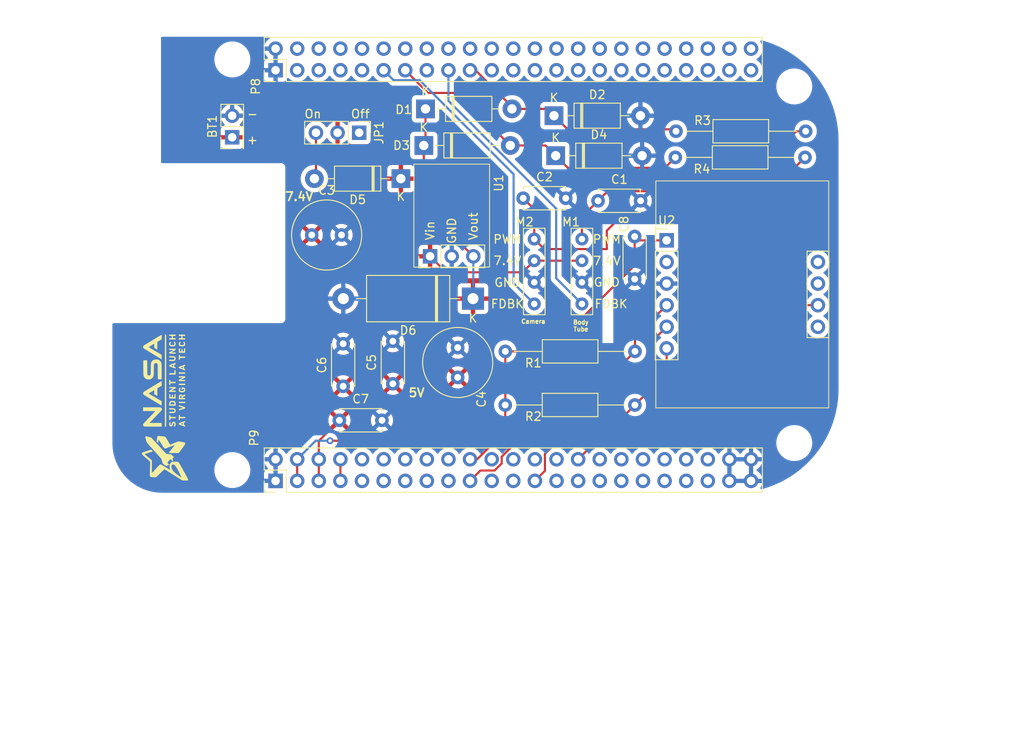
<source format=kicad_pcb>
(kicad_pcb (version 20211014) (generator pcbnew)
  (title_block (title "Payload BeagleBone Black Cape") (date "2022-12-30") (rev "1.5") (company "Peter Costescu"))
  (layers (0 "F.Cu" signal) (31 "B.Cu" signal) (34 "B.Paste" user) (35 "F.Paste" user) (36 "B.SilkS" user "B.Silkscreen") (37 "F.SilkS" user "F.Silkscreen") (38 "B.Mask" user) (39 "F.Mask" user) (44 "Edge.Cuts" user))
  (net 0 "")
  (net 1 "/SPI1.D0")
  (net 2 "/LCD.DATA[1]")
  (net 3 "/LCD.DATA[3]")
  (net 4 "/PWM1A")
  (net 5 "/LCD.DATA[5]")
  (net 6 "/PWM1B")
  (net 7 "/LCD.DATA[7]")
  (net 8 "/PWM2B")
  (net 9 "/LCD.DATA[9]")
  (net 10 "/PWM2A")
  (net 11 "/LCD.DATA[10]")
  (net 12 "/LCD_DATA12")
  (net 13 "/LCD.DATA[11]")
  (net 14 "/LCD.DATA[13]")
  (net 15 "/LCD.DATA[15]")
  (net 16 "/LCD.DATA[14]")
  (net 17 "/LCD.AC_BIAS_E")
  (net 18 "/LCD.HSYNC")
  (net 19 "/GPIO[61]")
  (net 20 "/LCD.VSYNC")
  (net 21 "/LCD.PCLK")
  (net 22 "/MMC1.DAT[0]")
  (net 23 "/MMC1.DAT[1]")
  (net 24 "/MMC1.DAT[4]")
  (net 25 "/MMC1.DAT[5]")
  (net 26 "/MMC1.CLK")
  (net 27 "/MMC1.CMD")
  (net 28 "/LCD_DATA8")
  (net 29 "/GPIO[65]")
  (net 30 "/GPIO[27]")
  (net 31 "/GPIO[46]")
  (net 32 "/GPIO[47]")
  (net 33 "/GPIO[26]")
  (net 34 "/GPIO[44]")
  (net 35 "/GPIO[45]")
  (net 36 "/GPIO[68]")
  (net 37 "/GPIO[69]")
  (net 38 "/GPIO[67]")
  (net 39 "/GPIO[66]")
  (net 40 "/MMC1.DAT[3]")
  (net 41 "/MMC1.DAT[2]")
  (net 42 "/MMC1.DAT[7]")
  (net 43 "/MMC1.DAT[6]")
  (net 44 "/GPIO[14]")
  (net 45 "/GPIO[15]")
  (net 46 "/GPIO[2]")
  (net 47 "/I2C2.SDA")
  (net 48 "/I2C2.SCL")
  (net 49 "GNDD")
  (net 50 "+5V")
  (net 51 "/GPIO[7]")
  (net 52 "/GPIO[20]")
  (net 53 "/AIN1")
  (net 54 "/AIN0")
  (net 55 "/AIN3")
  (net 56 "/AIN2")
  (net 57 "/AIN5")
  (net 58 "/AIN6")
  (net 59 "GNDA")
  (net 60 "/AIN4")
  (net 61 "+1V8")
  (net 62 "/GPIO_112")
  (net 63 "/GPIO_115")
  (net 64 "/GPIO[117]")
  (net 65 "/GPIO[49]")
  (net 66 "/GPIO[3]")
  (net 67 "/GPIO[5]")
  (net 68 "/GPIO[4]")
  (net 69 "/LCD_DATA6")
  (net 70 "/GPIO[48]")
  (net 71 "/LCD_DATA4")
  (net 72 "/GPIO[31]")
  (net 73 "/GPIO[60]")
  (net 74 "/GPIO[30]")
  (net 75 "/~{SYS_RESET}")
  (net 76 "/PWR_BUT")
  (net 77 "VBUS")
  (net 78 "/SPI1.SCLK")
  (net 79 "/SPI1.CS0")
  (net 80 "+3.3V")
  (net 81 "/+7.4V")
  (net 83 "Net-(D5-Pad2)")
  (net 87 "/LCD_DATA2")
  (net 88 "/LCD_DATA0")
  (net 90 "/batt")
  (net 91 "Net-(C1-Pad1)")
  (net 92 "Net-(C2-Pad1)")
  (footprint "Connector_PinHeader_2.54mm:PinHeader_2x23_P2.54mm_Vertical" (layer "F.Cu") (at 76.8175 37.4575 90)
    (fp_text reference "P8" (at -1.905 -2.33 270) (layer "F.SilkS"))
    (fp_text value "BeagleBone_Black_Header" hide)
    (pad "1" thru_hole rect locked (at 0 0 90) (size 1.7 1.7) (drill 1) (layers *.Cu *.Mask) (net 49 "GNDD"))
    (pad "2" thru_hole oval locked (at 2.54 0 90) (size 1.7 1.7) (drill 1) (layers *.Cu *.Mask) (net 49 "GNDD"))
    (pad "3" thru_hole oval locked (at 0 2.54 90) (size 1.7 1.7) (drill 1) (layers *.Cu *.Mask) (net 43 "/MMC1.DAT[6]"))
    (pad "4" thru_hole oval locked (at 2.54 2.54 90) (size 1.7 1.7) (drill 1) (layers *.Cu *.Mask) (net 42 "/MMC1.DAT[7]"))
    (pad "5" thru_hole oval locked (at 0 5.08 90) (size 1.7 1.7) (drill 1) (layers *.Cu *.Mask) (net 41 "/MMC1.DAT[2]"))
    (pad "6" thru_hole oval locked (at 2.54 5.08 90) (size 1.7 1.7) (drill 1) (layers *.Cu *.Mask) (net 40 "/MMC1.DAT[3]"))
    (pad "7" thru_hole oval locked (at 0 7.62 90) (size 1.7 1.7) (drill 1) (layers *.Cu *.Mask) (net 39 "/GPIO[66]"))
    (pad "8" thru_hole oval locked (at 2.54 7.62 90) (size 1.7 1.7) (drill 1) (layers *.Cu *.Mask) (net 38 "/GPIO[67]"))
    (pad "9" thru_hole oval locked (at 0 10.16 90) (size 1.7 1.7) (drill 1) (layers *.Cu *.Mask) (net 37 "/GPIO[69]"))
    (pad "10" thru_hole oval locked (at 2.54 10.16 90) (size 1.7 1.7) (drill 1) (layers *.Cu *.Mask) (net 36 "/GPIO[68]"))
    (pad "11" thru_hole oval locked (at 0 12.7 90) (size 1.7 1.7) (drill 1) (layers *.Cu *.Mask) (net 35 "/GPIO[45]"))
    (pad "12" thru_hole oval locked (at 2.54 12.7 90) (size 1.7 1.7) (drill 1) (layers *.Cu *.Mask) (net 34 "/GPIO[44]"))
    (pad "13" thru_hole oval locked (at 0 15.24 90) (size 1.7 1.7) (drill 1) (layers *.Cu *.Mask) (net 8 "/PWM2B"))
    (pad "14" thru_hole oval locked (at 2.54 15.24 90) (size 1.7 1.7) (drill 1) (layers *.Cu *.Mask) (net 33 "/GPIO[26]"))
    (pad "15" thru_hole oval locked (at 0 17.78 90) (size 1.7 1.7) (drill 1) (layers *.Cu *.Mask) (net 32 "/GPIO[47]"))
    (pad "16" thru_hole oval locked (at 2.54 17.78 90) (size 1.7 1.7) (drill 1) (layers *.Cu *.Mask) (net 31 "/GPIO[46]"))
    (pad "17" thru_hole oval locked (at 0 20.32 90) (size 1.7 1.7) (drill 1) (layers *.Cu *.Mask) (net 30 "/GPIO[27]"))
    (pad "18" thru_hole oval locked (at 2.54 20.32 90) (size 1.7 1.7) (drill 1) (layers *.Cu *.Mask) (net 29 "/GPIO[65]"))
    (pad "19" thru_hole oval locked (at 0 22.86 90) (size 1.7 1.7) (drill 1) (layers *.Cu *.Mask) (net 10 "/PWM2A"))
    (pad "20" thru_hole oval locked (at 2.54 22.86 90) (size 1.7 1.7) (drill 1) (layers *.Cu *.Mask) (net 27 "/MMC1.CMD"))
    (pad "21" thru_hole oval locked (at 0 25.4 90) (size 1.7 1.7) (drill 1) (layers *.Cu *.Mask) (net 26 "/MMC1.CLK"))
    (pad "22" thru_hole oval locked (at 2.54 25.4 90) (size 1.7 1.7) (drill 1) (layers *.Cu *.Mask) (net 25 "/MMC1.DAT[5]"))
    (pad "23" thru_hole oval locked (at 0 27.94 90) (size 1.7 1.7) (drill 1) (layers *.Cu *.Mask) (net 24 "/MMC1.DAT[4]"))
    (pad "24" thru_hole oval locked (at 2.54 27.94 90) (size 1.7 1.7) (drill 1) (layers *.Cu *.Mask) (net 23 "/MMC1.DAT[1]"))
    (pad "25" thru_hole oval locked (at 0 30.48 90) (size 1.7 1.7) (drill 1) (layers *.Cu *.Mask) (net 22 "/MMC1.DAT[0]"))
    (pad "26" thru_hole oval locked (at 2.54 30.48 90) (size 1.7 1.7) (drill 1) (layers *.Cu *.Mask) (net 19 "/GPIO[61]"))
    (pad "27" thru_hole oval locked (at 0 33.02 90) (size 1.7 1.7) (drill 1) (layers *.Cu *.Mask) (net 20 "/LCD.VSYNC"))
    (pad "28" thru_hole oval locked (at 2.54 33.02 90) (size 1.7 1.7) (drill 1) (layers *.Cu *.Mask) (net 21 "/LCD.PCLK"))
    (pad "29" thru_hole oval locked (at 0 35.56 90) (size 1.7 1.7) (drill 1) (layers *.Cu *.Mask) (net 18 "/LCD.HSYNC"))
    (pad "30" thru_hole oval locked (at 2.54 35.56 90) (size 1.7 1.7) (drill 1) (layers *.Cu *.Mask) (net 17 "/LCD.AC_BIAS_E"))
    (pad "31" thru_hole oval locked (at 0 38.1 90) (size 1.7 1.7) (drill 1) (layers *.Cu *.Mask) (net 16 "/LCD.DATA[14]"))
    (pad "32" thru_hole oval locked (at 2.54 38.1 90) (size 1.7 1.7) (drill 1) (layers *.Cu *.Mask) (net 15 "/LCD.DATA[15]"))
    (pad "33" thru_hole oval locked (at 0 40.64 90) (size 1.7 1.7) (drill 1) (layers *.Cu *.Mask) (net 14 "/LCD.DATA[13]"))
    (pad "34" thru_hole oval locked (at 2.54 40.64 90) (size 1.7 1.7) (drill 1) (layers *.Cu *.Mask) (net 13 "/LCD.DATA[11]"))
    (pad "35" thru_hole oval locked (at 0 43.18 90) (size 1.7 1.7) (drill 1) (layers *.Cu *.Mask) (net 12 "/LCD_DATA12"))
    (pad "36" thru_hole oval locked (at 2.54 43.18 90) (size 1.7 1.7) (drill 1) (layers *.Cu *.Mask) (net 11 "/LCD.DATA[10]"))
    (pad "37" thru_hole oval locked (at 0 45.72 90) (size 1.7 1.7) (drill 1) (layers *.Cu *.Mask) (net 28 "/LCD_DATA8"))
    (pad "38" thru_hole oval locked (at 2.54 45.72 90) (size 1.7 1.7) (drill 1) (layers *.Cu *.Mask) (net 9 "/LCD.DATA[9]"))
    (pad "39" thru_hole oval locked (at 0 48.26 90) (size 1.7 1.7) (drill 1) (layers *.Cu *.Mask) (net 69 "/LCD_DATA6"))
    (pad "40" thru_hole oval locked (at 2.54 48.26 90) (size 1.7 1.7) (drill 1) (layers *.Cu *.Mask) (net 7 "/LCD.DATA[7]"))
    (pad "41" thru_hole oval locked (at 0 50.8 90) (size 1.7 1.7) (drill 1) (layers *.Cu *.Mask) (net 71 "/LCD_DATA4"))
    (pad "42" thru_hole oval locked (at 2.54 50.8 90) (size 1.7 1.7) (drill 1) (layers *.Cu *.Mask) (net 5 "/LCD.DATA[5]"))
    (pad "43" thru_hole oval locked (at 0 53.34 90) (size 1.7 1.7) (drill 1) (layers *.Cu *.Mask) (net 87 "/LCD_DATA2"))
    (pad "44" thru_hole oval locked (at 2.54 53.34 90) (size 1.7 1.7) (drill 1) (layers *.Cu *.Mask) (net 3 "/LCD.DATA[3]"))
    (pad "45" thru_hole oval locked (at 0 55.88 90) (size 1.7 1.7) (drill 1) (layers *.Cu *.Mask) (net 88 "/LCD_DATA0"))
    (pad "46" thru_hole oval locked (at 2.54 55.88 90) (size 1.7 1.7) (drill 1) (layers *.Cu *.Mask) (net 2 "/LCD.DATA[1]"))
  )
  (footprint "Connector_PinHeader_2.54mm:PinHeader_2x23_P2.54mm_Vertical" (layer "F.Cu") (at 76.8175 85.7175 90)
    (fp_text reference "P9" (at 5.0546 -2.5146 90) (layer "F.SilkS"))
    (fp_text value "BeagleBone_Black_Header" hide)
    (pad "1" thru_hole rect locked (at 0 0 90) (size 1.7 1.7) (drill 1) (layers *.Cu *.Mask) (net 49 "GNDD"))
    (pad "2" thru_hole oval locked (at 2.54 0 90) (size 1.7 1.7) (drill 1) (layers *.Cu *.Mask) (net 49 "GNDD"))
    (pad "3" thru_hole oval locked (at 0 2.54 90) (size 1.7 1.7) (drill 1) (layers *.Cu *.Mask) (net 80 "+3.3V"))
    (pad "4" thru_hole oval locked (at 2.54 2.54 90) (size 1.7 1.7) (drill 1) (layers *.Cu *.Mask) (net 80 "+3.3V"))
    (pad "5" thru_hole oval locked (at 0 5.08 90) (size 1.7 1.7) (drill 1) (layers *.Cu *.Mask) (net 50 "+5V"))
    (pad "6" thru_hole oval locked (at 2.54 5.08 90) (size 1.7 1.7) (drill 1) (layers *.Cu *.Mask) (net 50 "+5V"))
    (pad "7" thru_hole oval locked (at 0 7.62 90) (size 1.7 1.7) (drill 1) (layers *.Cu *.Mask) (net 77 "VBUS"))
    (pad "8" thru_hole oval locked (at 2.54 7.62 90) (size 1.7 1.7) (drill 1) (layers *.Cu *.Mask) (net 77 "VBUS"))
    (pad "9" thru_hole oval locked (at 0 10.16 90) (size 1.7 1.7) (drill 1) (layers *.Cu *.Mask) (net 76 "/PWR_BUT"))
    (pad "10" thru_hole oval locked (at 2.54 10.16 90) (size 1.7 1.7) (drill 1) (layers *.Cu *.Mask) (net 75 "/~{SYS_RESET}"))
    (pad "11" thru_hole oval locked (at 0 12.7 90) (size 1.7 1.7) (drill 1) (layers *.Cu *.Mask) (net 74 "/GPIO[30]"))
    (pad "12" thru_hole oval locked (at 2.54 12.7 90) (size 1.7 1.7) (drill 1) (layers *.Cu *.Mask) (net 73 "/GPIO[60]"))
    (pad "13" thru_hole oval locked (at 0 15.24 90) (size 1.7 1.7) (drill 1) (layers *.Cu *.Mask) (net 72 "/GPIO[31]"))
    (pad "14" thru_hole oval locked (at 2.54 15.24 90) (size 1.7 1.7) (drill 1) (layers *.Cu *.Mask) (net 4 "/PWM1A"))
    (pad "15" thru_hole oval locked (at 0 17.78 90) (size 1.7 1.7) (drill 1) (layers *.Cu *.Mask) (net 70 "/GPIO[48]"))
    (pad "16" thru_hole oval locked (at 2.54 17.78 90) (size 1.7 1.7) (drill 1) (layers *.Cu *.Mask) (net 6 "/PWM1B"))
    (pad "17" thru_hole oval locked (at 0 20.32 90) (size 1.7 1.7) (drill 1) (layers *.Cu *.Mask) (net 68 "/GPIO[4]"))
    (pad "18" thru_hole oval locked (at 2.54 20.32 90) (size 1.7 1.7) (drill 1) (layers *.Cu *.Mask) (net 67 "/GPIO[5]"))
    (pad "19" thru_hole oval locked (at 0 22.86 90) (size 1.7 1.7) (drill 1) (layers *.Cu *.Mask) (net 48 "/I2C2.SCL"))
    (pad "20" thru_hole oval locked (at 2.54 22.86 90) (size 1.7 1.7) (drill 1) (layers *.Cu *.Mask) (net 47 "/I2C2.SDA"))
    (pad "21" thru_hole oval locked (at 0 25.4 90) (size 1.7 1.7) (drill 1) (layers *.Cu *.Mask) (net 66 "/GPIO[3]"))
    (pad "22" thru_hole oval locked (at 2.54 25.4 90) (size 1.7 1.7) (drill 1) (layers *.Cu *.Mask) (net 46 "/GPIO[2]"))
    (pad "23" thru_hole oval locked (at 0 27.94 90) (size 1.7 1.7) (drill 1) (layers *.Cu *.Mask) (net 65 "/GPIO[49]"))
    (pad "24" thru_hole oval locked (at 2.54 27.94 90) (size 1.7 1.7) (drill 1) (layers *.Cu *.Mask) (net 45 "/GPIO[15]"))
    (pad "25" thru_hole oval locked (at 0 30.48 90) (size 1.7 1.7) (drill 1) (layers *.Cu *.Mask) (net 64 "/GPIO[117]"))
    (pad "26" thru_hole oval locked (at 2.54 30.48 90) (size 1.7 1.7) (drill 1) (layers *.Cu *.Mask) (net 44 "/GPIO[14]"))
    (pad "27" thru_hole oval locked (at 0 33.02 90) (size 1.7 1.7) (drill 1) (layers *.Cu *.Mask) (net 63 "/GPIO_115"))
    (pad "28" thru_hole oval locked (at 2.54 33.02 90) (size 1.7 1.7) (drill 1) (layers *.Cu *.Mask) (net 79 "/SPI1.CS0"))
    (pad "29" thru_hole oval locked (at 0 35.56 90) (size 1.7 1.7) (drill 1) (layers *.Cu *.Mask) (net 1 "/SPI1.D0"))
    (pad "30" thru_hole oval locked (at 2.54 35.56 90) (size 1.7 1.7) (drill 1) (layers *.Cu *.Mask) (net 62 "/GPIO_112"))
    (pad "31" thru_hole oval locked (at 0 38.1 90) (size 1.7 1.7) (drill 1) (layers *.Cu *.Mask) (net 78 "/SPI1.SCLK"))
    (pad "32" thru_hole oval locked (at 2.54 38.1 90) (size 1.7 1.7) (drill 1) (layers *.Cu *.Mask) (net 61 "+1V8"))
    (pad "33" thru_hole oval locked (at 0 40.64 90) (size 1.7 1.7) (drill 1) (layers *.Cu *.Mask) (net 60 "/AIN4"))
    (pad "34" thru_hole oval locked (at 2.54 40.64 90) (size 1.7 1.7) (drill 1) (layers *.Cu *.Mask) (net 59 "GNDA"))
    (pad "35" thru_hole oval locked (at 0 43.18 90) (size 1.7 1.7) (drill 1) (layers *.Cu *.Mask) (net 58 "/AIN6"))
    (pad "36" thru_hole oval locked (at 2.54 43.18 90) (size 1.7 1.7) (drill 1) (layers *.Cu *.Mask) (net 57 "/AIN5"))
    (pad "37" thru_hole oval locked (at 0 45.72 90) (size 1.7 1.7) (drill 1) (layers *.Cu *.Mask) (net 56 "/AIN2"))
    (pad "38" thru_hole oval locked (at 2.54 45.72 90) (size 1.7 1.7) (drill 1) (layers *.Cu *.Mask) (net 55 "/AIN3"))
    (pad "39" thru_hole oval locked (at 0 48.26 90) (size 1.7 1.7) (drill 1) (layers *.Cu *.Mask) (net 54 "/AIN0"))
    (pad "40" thru_hole oval locked (at 2.54 48.26 90) (size 1.7 1.7) (drill 1) (layers *.Cu *.Mask) (net 53 "/AIN1"))
    (pad "41" thru_hole oval locked (at 0 50.8 90) (size 1.7 1.7) (drill 1) (layers *.Cu *.Mask) (net 52 "/GPIO[20]"))
    (pad "42" thru_hole oval locked (at 2.54 50.8 90) (size 1.7 1.7) (drill 1) (layers *.Cu *.Mask) (net 51 "/GPIO[7]"))
    (pad "43" thru_hole oval locked (at 0 53.34 90) (size 1.7 1.7) (drill 1) (layers *.Cu *.Mask) (net 49 "GNDD"))
    (pad "44" thru_hole oval locked (at 2.54 53.34 90) (size 1.7 1.7) (drill 1) (layers *.Cu *.Mask) (net 49 "GNDD"))
    (pad "45" thru_hole oval locked (at 0 55.88 90) (size 1.7 1.7) (drill 1) (layers *.Cu *.Mask) (net 49 "GNDD"))
    (pad "46" thru_hole oval locked (at 2.54 55.88 90) (size 1.7 1.7) (drill 1) (layers *.Cu *.Mask) (net 49 "GNDD"))
  )
  (footprint "Capacitor_THT:C_Disc_D4.7mm_W2.5mm_P5.00mm" (layer "F.Cu") (at 90.602 74.306 90)
    (fp_text reference "C5" (at 2.5 -2.5 90) (layer "F.SilkS"))
    (fp_text value "100 nF")
    (pad "1" thru_hole circle (at 0 0 90) (size 1.6 1.6) (drill 0.8) (layers *.Cu *.Mask) (net 50 "+5V"))
    (pad "2" thru_hole circle (at 5 0 90) (size 1.6 1.6) (drill 0.8) (layers *.Cu *.Mask) (net 49 "GNDD"))
  )
  (footprint "Capacitor_THT:C_Radial_D8.0mm_H7.0mm_P3.50mm" (layer "F.Cu") (at 98.222 73.556 90)
    (fp_text reference "C4" (at -2.568 2.794 90) (layer "F.SilkS"))
    (fp_text value "100 uF")
    (pad "1" thru_hole circle (at 0 0 90) (size 1.6 1.6) (drill 0.8) (layers *.Cu *.Mask) (net 50 "+5V"))
    (pad "2" thru_hole circle (at 3.5 0 90) (size 1.6 1.6) (drill 0.8) (layers *.Cu *.Mask) (net 49 "GNDD"))
  )
  (footprint "MountingHole:MountingHole_3.2mm_M3_DIN965" (layer "F.Cu") (at 137.7775 39.3625)
    (fp_text reference "MH3" hide)
    (fp_text value "MountingHole_3.2mm_M3_DIN965" hide)
    (pad "" np_thru_hole circle locked (at 0 0) (size 3.2 3.2) (drill 3.2) (layers *.Cu *.Mask))
  )
  (footprint "Capacitor_THT:C_Disc_D4.7mm_W2.5mm_P5.00mm" (layer "F.Cu") (at 105.92 52.5)
    (fp_text reference "C2" (at 2.5 -2.5) (layer "F.SilkS"))
    (fp_text value "100 nF")
    (pad "1" thru_hole circle (at 0 0) (size 1.6 1.6) (drill 0.8) (layers *.Cu *.Mask) (net 92 "Net-(C2-Pad1)"))
    (pad "2" thru_hole circle (at 5 0) (size 1.6 1.6) (drill 0.8) (layers *.Cu *.Mask) (net 49 "GNDD"))
  )
  (footprint "Diode_THT:D_DO-41_SOD81_P10.16mm_Horizontal" (layer "F.Cu") (at 109.54 42.8)
    (fp_text reference "D2" (at 5.08 -2.47) (layer "F.SilkS"))
    (fp_text value "1N5817")
    (fp_text user "K" (at 0 -2.1) (layer "F.SilkS"))
    (pad "1" thru_hole rect (at 0 0) (size 2.2 2.2) (drill 1.1) (layers *.Cu *.Mask) (net 10 "/PWM2A"))
    (pad "2" thru_hole oval (at 10.16 0) (size 2.2 2.2) (drill 1.1) (layers *.Cu *.Mask) (net 49 "GNDD"))
  )
  (footprint "Capacitor_THT:C_Disc_D4.7mm_W2.5mm_P5.00mm" (layer "F.Cu") (at 84.32 78.6)
    (fp_text reference "C7" (at 2.5 -2.5) (layer "F.SilkS"))
    (fp_text value "1 nF")
    (pad "1" thru_hole circle (at 0 0) (size 1.6 1.6) (drill 0.8) (layers *.Cu *.Mask) (net 50 "+5V"))
    (pad "2" thru_hole circle (at 5 0) (size 1.6 1.6) (drill 0.8) (layers *.Cu *.Mask) (net 49 "GNDD"))
  )
  (footprint "Diode_THT:D_DO-41_SOD81_P10.16mm_Horizontal" (layer "F.Cu") (at 91.5418 50.2 180)
    (fp_text reference "D5" (at 5.08 -2.47) (layer "F.SilkS"))
    (fp_text value "1N5817")
    (fp_text user "K" (at 0 -2.1) (layer "F.SilkS"))
    (pad "1" thru_hole rect (at 0 0 180) (size 2.2 2.2) (drill 1.1) (layers *.Cu *.Mask) (net 81 "/+7.4V"))
    (pad "2" thru_hole oval (at 10.16 0 180) (size 2.2 2.2) (drill 1.1) (layers *.Cu *.Mask) (net 83 "Net-(D5-Pad2)"))
  )
  (footprint "Diode_THT:D_DO-41_SOD81_P10.16mm_Horizontal" (layer "F.Cu") (at 109.74 47.5)
    (fp_text reference "D4" (at 5.08 -2.47) (layer "F.SilkS"))
    (fp_text value "1N5817")
    (fp_text user "K" (at 0 -2.1) (layer "F.SilkS"))
    (pad "1" thru_hole rect (at 0 0) (size 2.2 2.2) (drill 1.1) (layers *.Cu *.Mask) (net 8 "/PWM2B"))
    (pad "2" thru_hole oval (at 10.16 0) (size 2.2 2.2) (drill 1.1) (layers *.Cu *.Mask) (net 49 "GNDD"))
  )
  (footprint "Connector_PinHeader_2.54mm:PinHeader_1x03_P2.54mm_Vertical" (layer "F.Cu") (at 86.645 44.8 -90)
    (fp_text reference "JP1" (at 0 -2.33 90) (layer "F.SilkS"))
    (fp_text value "Jumper_3_Open")
    (pad "1" thru_hole rect (at 0 0 270) (size 1.7 1.7) (drill 1) (layers *.Cu *.Mask))
    (pad "2" thru_hole oval (at 0 2.54 270) (size 1.7 1.7) (drill 1) (layers *.Cu *.Mask) (net 90 "/batt"))
    (pad "3" thru_hole oval (at 0 5.08 270) (size 1.7 1.7) (drill 1) (layers *.Cu *.Mask) (net 83 "Net-(D5-Pad2)"))
  )
  (footprint "Capacitor_THT:C_Disc_D4.7mm_W2.5mm_P5.00mm" (layer "F.Cu") (at 114.72 52.8)
    (fp_text reference "C1" (at 2.5 -2.5) (layer "F.SilkS"))
    (fp_text value "100 nF")
    (pad "1" thru_hole circle (at 0 0) (size 1.6 1.6) (drill 0.8) (layers *.Cu *.Mask) (net 91 "Net-(C1-Pad1)"))
    (pad "2" thru_hole circle (at 5 0) (size 1.6 1.6) (drill 0.8) (layers *.Cu *.Mask) (net 49 "GNDD"))
  )
  (footprint "Resistor_THT:R_Axial_DIN0207_L6.3mm_D2.5mm_P15.24mm_Horizontal" (layer "F.Cu") (at 103.82 70.5)
    (fp_text reference "R1" (at 3.292 1.37) (layer "F.SilkS"))
    (fp_text value "5.6K")
    (pad "1" thru_hole circle (at 0 0) (size 1.6 1.6) (drill 0.8) (layers *.Cu *.Mask) (net 80 "+3.3V"))
    (pad "2" thru_hole oval (at 15.24 0) (size 1.6 1.6) (drill 0.8) (layers *.Cu *.Mask) (net 47 "/I2C2.SDA"))
  )
  (footprint "Capacitor_THT:C_Disc_D4.7mm_W2.5mm_P5.00mm" (layer "F.Cu") (at 84.76 74.6 90)
    (fp_text reference "C6" (at 2.5 -2.5 90) (layer "F.SilkS"))
    (fp_text value "10 nF")
    (pad "1" thru_hole circle (at 0 0 90) (size 1.6 1.6) (drill 0.8) (layers *.Cu *.Mask) (net 50 "+5V"))
    (pad "2" thru_hole circle (at 5 0 90) (size 1.6 1.6) (drill 0.8) (layers *.Cu *.Mask) (net 49 "GNDD"))
  )
  (footprint "MountingHole:MountingHole_3.2mm_M3_DIN965" (layer "F.Cu") (at 137.7775 81.2725)
    (fp_text reference "MH4" hide)
    (fp_text value "MountingHole_3.2mm_M3_DIN965" hide)
    (pad "" np_thru_hole circle locked (at 0 0) (size 3.2 3.2) (drill 3.2) (layers *.Cu *.Mask))
  )
  (footprint "payload_footprint_library:FeedbackServo" (layer "F.Cu") (at 112.82 57.3 -90)
    (fp_text reference "M1" (at -2.004 1.27 unlocked) (layer "F.SilkS"))
    (fp_text value "Motor_Servo_Feedback")
    (fp_text user "FDBK" (at 7.62 -3.436 unlocked) (layer "F.SilkS"))
    (fp_text user "PWM" (at 0.028 -2.928 unlocked) (layer "F.SilkS"))
    (fp_text user "7.4V" (at 2.568 -2.928 unlocked) (layer "F.SilkS"))
    (fp_text user "GND" (at 5.08 -2.928 unlocked) (layer "F.SilkS"))
    (pad "1" thru_hole circle (at 0 0 270) (size 1.524 1.524) (drill 0.762) (layers *.Cu *.Mask) (net 91 "Net-(C1-Pad1)"))
    (pad "2" thru_hole circle (at 2.54 0 270) (size 1.524 1.524) (drill 0.762) (layers *.Cu *.Mask) (net 81 "/+7.4V"))
    (pad "3" thru_hole circle (at 5.08 0 270) (size 1.524 1.524) (drill 0.762) (layers *.Cu *.Mask) (net 49 "GNDD"))
    (pad "4" thru_hole circle (at 7.62 0 270) (size 1.524 1.524) (drill 0.762) (layers *.Cu *.Mask) (net 30 "/GPIO[27]"))
  )
  (footprint "Capacitor_THT:C_Disc_D4.7mm_W2.5mm_P5.00mm" (layer "F.Cu") (at 119.02 57 -90)
    (fp_text reference "C8" (at -1.45 1.24 90) (layer "F.SilkS"))
    (fp_text value "100 nF")
    (pad "1" thru_hole circle (at 0 0 270) (size 1.6 1.6) (drill 0.8) (layers *.Cu *.Mask) (net 80 "+3.3V"))
    (pad "2" thru_hole circle (at 5 0 270) (size 1.6 1.6) (drill 0.8) (layers *.Cu *.Mask) (net 49 "GNDD"))
  )
  (footprint "MountingHole:MountingHole_3.2mm_M3_DIN965" (layer "F.Cu") (at 71.7375 36.1875)
    (fp_text reference "MH1" hide)
    (fp_text value "MountingHole_3.2mm_M3_DIN965" hide)
    (pad "" np_thru_hole circle locked (at 0 0) (size 3.2 3.2) (drill 3.2) (layers *.Cu *.Mask))
  )
  (footprint "payload_footprint_library:logo" (layer "F.Cu") (at 63.915273 76.676569 90)
    (fp_text reference "U3" hide)
    (fp_text value "LOGO_SMALL" hide)
  )
  (footprint "Connector_PinHeader_2.54mm:PinHeader_2x01_P2.54mm_Vertical" (layer "F.Cu") (at 71.72 45.34 90)
    (fp_text reference "BT1" (at 1.27 -2.33 90) (layer "F.SilkS"))
    (fp_text value "7.4 V 2S LiPo")
    (pad "1" thru_hole rect (at 0 0 90) (size 1.7 1.7) (drill 1) (layers *.Cu *.Mask) (net 90 "/batt"))
    (pad "2" thru_hole oval (at 2.54 0 90) (size 1.7 1.7) (drill 1) (layers *.Cu *.Mask) (net 49 "GNDD"))
  )
  (footprint "payload_footprint_library:BNO055" (layer "F.Cu") (at 122.7775 57.45)
    (fp_text reference "U2" (at 0 -2.33) (layer "F.SilkS"))
    (fp_text value "BNO055")
    (pad "1" thru_hole rect (at 0 0) (size 1.7 1.7) (drill 1) (layers *.Cu *.Mask) (net 80 "+3.3V"))
    (pad "2" thru_hole oval (at 0 2.54) (size 1.7 1.7) (drill 1) (layers *.Cu *.Mask))
    (pad "3" thru_hole oval (at 0 5.08) (size 1.7 1.7) (drill 1) (layers *.Cu *.Mask) (net 49 "GNDD"))
    (pad "4" thru_hole oval (at 0 7.62) (size 1.7 1.7) (drill 1) (layers *.Cu *.Mask) (net 47 "/I2C2.SDA"))
    (pad "5" thru_hole oval (at 0 10.16) (size 1.7 1.7) (drill 1) (layers *.Cu *.Mask) (net 48 "/I2C2.SCL"))
    (pad "6" thru_hole oval (at 0 12.7) (size 1.7 1.7) (drill 1) (layers *.Cu *.Mask) (net 64 "/GPIO[117]"))
    (pad "7" thru_hole circle (at 17.78 2.54) (size 1.7 1.7) (drill 1) (layers *.Cu *.Mask))
    (pad "8" thru_hole circle (at 17.78 5.08) (size 1.7 1.7) (drill 1) (layers *.Cu *.Mask))
    (pad "9" thru_hole circle (at 17.78 7.62) (size 1.7 1.7) (drill 1) (layers *.Cu *.Mask) (net 62 "/GPIO_112"))
    (pad "10" thru_hole circle (at 17.78 10.16) (size 1.7 1.7) (drill 1) (layers *.Cu *.Mask))
  )
  (footprint "payload_footprint_library:FeedbackServo" (layer "F.Cu") (at 107.22 57.3 -90)
    (fp_text reference "M2" (at -2.004 1.124 unlocked) (layer "F.SilkS"))
    (fp_text value "Motor_Servo_Feedback")
    (fp_text user "FDBK" (at 7.62 3.156 unlocked) (layer "F.SilkS"))
    (fp_text user "PWM" (at 0.028 3.156 unlocked) (layer "F.SilkS"))
    (fp_text user "GND" (at 5.108 3.156 unlocked) (layer "F.SilkS"))
    (fp_text user "7.4V" (at 2.54 3.156 unlocked) (layer "F.SilkS"))
    (pad "1" thru_hole circle (at 0 0 270) (size 1.524 1.524) (drill 0.762) (layers *.Cu *.Mask) (net 92 "Net-(C2-Pad1)"))
    (pad "2" thru_hole circle (at 2.54 0 270) (size 1.524 1.524) (drill 0.762) (layers *.Cu *.Mask) (net 81 "/+7.4V"))
    (pad "3" thru_hole circle (at 5.08 0 270) (size 1.524 1.524) (drill 0.762) (layers *.Cu *.Mask) (net 49 "GNDD"))
    (pad "4" thru_hole circle (at 7.62 0 270) (size 1.524 1.524) (drill 0.762) (layers *.Cu *.Mask) (net 35 "/GPIO[45]"))
  )
  (footprint "Resistor_THT:R_Axial_DIN0207_L6.3mm_D2.5mm_P15.24mm_Horizontal" (layer "F.Cu") (at 103.81 76.8)
    (fp_text reference "R2" (at 3.302 1.356) (layer "F.SilkS"))
    (fp_text value "5.6K")
    (pad "1" thru_hole circle (at 0 0) (size 1.6 1.6) (drill 0.8) (layers *.Cu *.Mask) (net 80 "+3.3V"))
    (pad "2" thru_hole oval (at 15.24 0) (size 1.6 1.6) (drill 0.8) (layers *.Cu *.Mask) (net 48 "/I2C2.SCL"))
  )
  (footprint "Diode_THT:D_DO-41_SOD81_P10.16mm_Horizontal" (layer "F.Cu") (at 94.44 42)
    (fp_text reference "D1" (at -2.568 0.088) (layer "F.SilkS"))
    (fp_text value "1N5817")
    (fp_text user "K" (at 0 -2.1) (layer "F.SilkS"))
    (pad "1" thru_hole rect (at 0 0) (size 2.2 2.2) (drill 1.1) (layers *.Cu *.Mask) (net 50 "+5V"))
    (pad "2" thru_hole oval (at 10.16 0) (size 2.2 2.2) (drill 1.1) (layers *.Cu *.Mask) (net 10 "/PWM2A"))
  )
  (footprint "Diode_THT:D_DO-201_P15.24mm_Horizontal" (layer "F.Cu") (at 100.02 64.3 180)
    (fp_text reference "D6" (at 7.62 -3.725) (layer "F.SilkS"))
    (fp_text value "1N5339B")
    (fp_text user "K" (at 0 -2.3) (layer "F.SilkS"))
    (pad "1" thru_hole rect (at 0 0 180) (size 2.6 2.6) (drill 1.3) (layers *.Cu *.Mask) (net 50 "+5V"))
    (pad "2" thru_hole oval (at 15.24 0 180) (size 2.6 2.6) (drill 1.3) (layers *.Cu *.Mask) (net 49 "GNDD"))
  )
  (footprint "Resistor_THT:R_Axial_DIN0207_L6.3mm_D2.5mm_P15.24mm_Horizontal" (layer "F.Cu") (at 123.8 47.7)
    (fp_text reference "R4" (at 3.124 1.37) (layer "F.SilkS"))
    (fp_text value "1K")
    (pad "1" thru_hole circle (at 0 0) (size 1.6 1.6) (drill 0.8) (layers *.Cu *.Mask) (net 8 "/PWM2B"))
    (pad "2" thru_hole oval (at 15.24 0) (size 1.6 1.6) (drill 0.8) (layers *.Cu *.Mask) (net 92 "Net-(C2-Pad1)"))
  )
  (footprint "MountingHole:MountingHole_3.2mm_M3_DIN965" (layer "F.Cu") (at 71.7375 84.4475)
    (fp_text reference "MH2" hide)
    (fp_text value "MountingHole_3.2mm_M3_DIN965" hide)
    (pad "" np_thru_hole circle locked (at 0 0) (size 3.2 3.2) (drill 3.2) (layers *.Cu *.Mask))
  )
  (footprint "Diode_THT:D_DO-41_SOD81_P10.16mm_Horizontal" (layer "F.Cu") (at 94.24 46.3)
    (fp_text reference "D3" (at -2.622 0) (layer "F.SilkS"))
    (fp_text value "1N5817")
    (fp_text user "K" (at 0 -2.1) (layer "F.SilkS"))
    (pad "1" thru_hole rect (at 0 0) (size 2.2 2.2) (drill 1.1) (layers *.Cu *.Mask) (net 50 "+5V"))
    (pad "2" thru_hole oval (at 10.16 0) (size 2.2 2.2) (drill 1.1) (layers *.Cu *.Mask) (net 8 "/PWM2B"))
  )
  (footprint "Resistor_THT:R_Axial_DIN0207_L6.3mm_D2.5mm_P15.24mm_Horizontal" (layer "F.Cu") (at 123.876 44.628)
    (fp_text reference "R3" (at 3.124 -1.258) (layer "F.SilkS"))
    (fp_text value "1K")
    (pad "1" thru_hole circle (at 0 0) (size 1.6 1.6) (drill 0.8) (layers *.Cu *.Mask) (net 10 "/PWM2A"))
    (pad "2" thru_hole oval (at 15.24 0) (size 1.6 1.6) (drill 0.8) (layers *.Cu *.Mask) (net 91 "Net-(C1-Pad1)"))
  )
  (footprint "payload_footprint_library:S13V10F5" (layer "F.Cu") (at 94.98 59.3275 90)
    (fp_text reference "U1" (at 8.6035 8.068 90) (layer "F.SilkS"))
    (fp_text value "S13V20F5")
    (fp_text user "Vin" (at 3.0155 0 90 unlocked) (layer "F.SilkS"))
    (fp_text user "Vout" (at 3.5235 5.08 90 unlocked) (layer "F.SilkS"))
    (fp_text user "GND" (at 3.0155 2.54 90 unlocked) (layer "F.SilkS"))
    (pad "1" thru_hole rect (at 0 0 90) (size 1.7 1.7) (drill 1) (layers *.Cu *.Mask) (net 81 "/+7.4V"))
    (pad "2" thru_hole oval (at 0 2.54 90) (size 1.7 1.7) (drill 1) (layers *.Cu *.Mask) (net 49 "GNDD"))
    (pad "3" thru_hole oval (at 0 5.08 90) (size 1.7 1.7) (drill 1) (layers *.Cu *.Mask) (net 50 "+5V"))
  )
  (footprint "Capacitor_THT:C_Radial_D8.0mm_H11.5mm_P3.50mm" (layer "F.Cu") (at 81.07 56.82)
    (fp_text reference "C3" (at 1.75 -5.25) (layer "F.SilkS"))
    (fp_text value "100 uF")
    (pad "1" thru_hole circle (at 0 0) (size 1.6 1.6) (drill 0.8) (layers *.Cu *.Mask) (net 81 "/+7.4V"))
    (pad "2" thru_hole circle (at 3.5 0) (size 1.6 1.6) (drill 0.8) (layers *.Cu *.Mask) (net 49 "GNDD"))
  )
  (gr_arc locked (start 63.4825 87.6225) (mid 58.992372 85.762628) (end 57.1325 81.2725) (layer "Edge.Cuts") (width 0.00254))
  (gr_line locked (start 143.4925 74.9225) (end 143.4925 45.7125) (layer "Edge.Cuts") (width 0.00254))
  (gr_line locked (start 63.4825 87.6225) (end 130.7925 87.6225) (layer "Edge.Cuts") (width 0.00254))
  (gr_line locked (start 77.4525 66.6675) (end 57.1325 66.6675) (layer "Edge.Cuts") (width 0.00254))
  (gr_line locked (start 62.8475 33.0125) (end 62.8475 48.8875) (layer "Edge.Cuts") (width 0.00254))
  (gr_line locked (start 57.1325 66.6675) (end 57.1325 81.2725) (layer "Edge.Cuts") (width 0.00254))
  (gr_line locked (start 130.7925 33.0125) (end 62.8475 33.0125) (layer "Edge.Cuts") (width 0.00254))
  (gr_arc locked (start 143.4925 74.9225) (mid 139.772756 83.902756) (end 130.7925 87.6225) (layer "Edge.Cuts") (width 0.00254))
  (gr_arc locked (start 130.7925 33.0125) (mid 139.772756 36.732244) (end 143.4925 45.7125) (layer "Edge.Cuts") (width 0.00254))
  (gr_line locked (start 77.4525 48.8875) (end 77.4525 66.6675) (layer "Edge.Cuts") (width 0.00254))
  (gr_line locked (start 62.8475 48.8875) (end 77.4525 48.8875) (layer "Edge.Cuts") (width 0.00254))
  (gr_text "-\n" (at 74.092 42.596) (layer "F.SilkS") (effects (font (size 1 1))))
  (gr_text "5V" (at 93.396 75.362) (layer "F.SilkS") (effects (font (size 1 1) (thickness 0.2))))
  (gr_text "7.4V" (at 79.6 52.31) (layer "F.SilkS") (effects (font (size 1 1) (thickness 0.2))))
  (gr_text "+" (at 74.092 45.644) (layer "F.SilkS") (effects (font (size 1 1))))
  (gr_text "Camera" (at 107.112 66.98) (layer "F.SilkS") (effects (font (size 0.5 0.5) (thickness 0.125))))
  (gr_text "Off" (at 86.792 42.596) (layer "F.SilkS") (effects (font (size 1 1))))
  (gr_text "Body\nTube" (at 112.7 67.488) (layer "F.SilkS") (effects (font (size 0.5 0.5) (thickness 0.125))))
  (gr_text "On" (at 81.204 42.596) (layer "F.SilkS") (effects (font (size 1 1))))
  (segment (start 122.575 48.925) (end 123.8 47.7) (width 0.25) (layer "F.Cu") (net 8))
  (segment (start 108.54 46.3) (end 109.74 47.5) (width 0.25) (layer "F.Cu") (net 8))
  (segment (start 94.725 40.125) (end 92.0575 37.4575) (width 0.25) (layer "F.Cu") (net 8))
  (segment (start 98.225 40.125) (end 94.725 40.125) (width 0.25) (layer "F.Cu") (net 8))
  (segment (start 104.4 46.3) (end 108.54 46.3) (width 0.25) (layer "F.Cu") (net 8))
  (segment (start 104.4 46.3) (end 98.225 40.125) (width 0.25) (layer "F.Cu") (net 8))
  (segment (start 109.74 47.5) (end 111.165 48.925) (width 0.25) (layer "F.Cu") (net 8))
  (segment (start 111.165 48.925) (end 122.575 48.925) (width 0.25) (layer "F.Cu") (net 8))
  (segment (start 104.6 41.743604) (end 99.995698 37.139302) (width 0.25) (layer "F.Cu") (net 10))
  (segment (start 111.139999 44.399999) (end 109.54 42.8) (width 0.25) (layer "F.Cu") (net 10))
  (segment (start 108.74 42) (end 109.54 42.8) (width 0.25) (layer "F.Cu") (net 10))
  (segment (start 123.876 44.628) (end 123.647999 44.399999) (width 0.25) (layer "F.Cu") (net 10))
  (segment (start 104.6 42) (end 108.74 42) (width 0.25) (layer "F.Cu") (net 10))
  (segment (start 123.647999 44.399999) (end 111.139999 44.399999) (width 0.25) (layer "F.Cu") (net 10))
  (segment (start 104.6 42) (end 104.6 41.743604) (width 0.25) (layer "F.Cu") (net 10))
  (segment (start 109.795 61.895) (end 109.795 53.710255) (width 0.25) (layer "B.Cu") (net 30))
  (segment (start 112.82 64.92) (end 109.795 61.895) (width 0.25) (layer "B.Cu") (net 30))
  (segment (start 109.795 53.710255) (end 97.1375 41.052755) (width 0.25) (layer "B.Cu") (net 30))
  (segment (start 97.1375 41.052755) (end 97.1375 37.4575) (width 0.25) (layer "B.Cu") (net 30))
  (segment (start 90.6925 38.6325) (end 89.5175 37.4575) (width 0.25) (layer "B.Cu") (net 35))
  (segment (start 104.795 49.675) (end 93.7525 38.6325) (width 0.25) (layer "B.Cu") (net 35))
  (segment (start 107.22 64.92) (end 104.795 62.495) (width 0.25) (layer "B.Cu") (net 35))
  (segment (start 93.7525 38.6325) (end 90.6925 38.6325) (width 0.25) (layer "B.Cu") (net 35))
  (segment (start 104.795 62.495) (end 104.795 49.675) (width 0.25) (layer "B.Cu") (net 35))
  (segment (start 119.06 70.5) (end 119.06 68.7875) (width 0.25) (layer "F.Cu") (net 47))
  (segment (start 100.513491 83.1775) (end 99.6775 83.1775) (width 0.25) (layer "F.Cu") (net 47))
  (segment (start 119.06 70.5) (end 116.865 72.695) (width 0.25) (layer "F.Cu") (net 47))
  (segment (start 116.865 72.695) (end 110.995991 72.695) (width 0.25) (layer "F.Cu") (net 47))
  (segment (start 119.06 68.7875) (end 122.7775 65.07) (width 0.25) (layer "F.Cu") (net 47))
  (segment (start 110.995991 72.695) (end 100.513491 83.1775) (width 0.25) (layer "F.Cu") (net 47))
  (segment (start 107.228299 79.045) (end 103.3925 82.880799) (width 0.25) (layer "F.Cu") (net 48))
  (segment (start 120.701 75.149) (end 119.05 76.8) (width 0.25) (layer "F.Cu") (net 48))
  (segment (start 119.05 76.8) (end 116.805 79.045) (width 0.25) (layer "F.Cu") (net 48))
  (segment (start 102.556701 84.5) (end 100.895 84.5) (width 0.25) (layer "F.Cu") (net 48))
  (segment (start 103.3925 82.880799) (end 103.3925 83.664201) (width 0.25) (layer "F.Cu") (net 48))
  (segment (start 103.3925 83.664201) (end 102.556701 84.5) (width 0.25) (layer "F.Cu") (net 48))
  (segment (start 120.701 69.6865) (end 120.701 75.149) (width 0.25) (layer "F.Cu") (net 48))
  (segment (start 122.7775 67.61) (end 120.701 69.6865) (width 0.25) (layer "F.Cu") (net 48))
  (segment (start 116.805 79.045) (end 107.228299 79.045) (width 0.25) (layer "F.Cu") (net 48))
  (segment (start 100.895 84.5) (end 99.6775 85.7175) (width 0.25) (layer "F.Cu") (net 48))
  (segment (start 94.24 46.3) (end 94.24 53.5075) (width 0.25) (layer "F.Cu") (net 50))
  (segment (start 94.24 53.5075) (end 100.06 59.3275) (width 0.25) (layer "F.Cu") (net 50))
  (segment (start 94.44 46.1) (end 94.24 46.3) (width 0.25) (layer "F.Cu") (net 50))
  (segment (start 81.8975 83.1775) (end 81.8975 81.0225) (width 0.25) (layer "F.Cu") (net 50))
  (segment (start 81.8975 81.0225) (end 84.32 78.6) (width 0.25) (layer "F.Cu") (net 50))
  (segment (start 94.44 42) (end 94.44 46.1) (width 0.25) (layer "F.Cu") (net 50))
  (segment (start 81.8975 83.1775) (end 81.8975 85.7175) (width 0.25) (layer "F.Cu") (net 50))
  (segment (start 100.06 59.3275) (end 100.06 64.26) (width 0.25) (layer "B.Cu") (net 50))
  (segment (start 100.06 64.26) (end 100.02 64.3) (width 0.25) (layer "B.Cu") (net 50))
  (segment (start 115.055 80.5) (end 112.3775 83.1775) (width 0.25) (layer "F.Cu") (net 62))
  (segment (start 121.32 80.5) (end 115.055 80.5) (width 0.25) (layer "F.Cu") (net 62))
  (segment (start 140.5575 65.07) (end 136.75 65.07) (width 0.25) (layer "F.Cu") (net 62))
  (segment (start 136.75 65.07) (end 121.32 80.5) (width 0.25) (layer "F.Cu") (net 62))
  (segment (start 111.34 79.68) (end 108.4725 82.5475) (width 0.25) (layer "F.Cu") (net 64))
  (segment (start 119.250991 79.68) (end 111.34 79.68) (width 0.25) (layer "F.Cu") (net 64))
  (segment (start 108.4725 82.5475) (end 108.4725 84.5425) (width 0.25) (layer "F.Cu") (net 64))
  (segment (start 122.7775 70.15) (end 122.7775 76.153491) (width 0.25) (layer "F.Cu") (net 64))
  (segment (start 108.4725 84.5425) (end 107.2975 85.7175) (width 0.25) (layer "F.Cu") (net 64))
  (segment (start 122.7775 76.153491) (end 119.250991 79.68) (width 0.25) (layer "F.Cu") (net 64))
  (segment (start 84.4375 83.1775) (end 84.4375 85.7175) (width 0.25) (layer "F.Cu") (net 77))
  (segment (start 103.81 76.8) (end 103.81 78.918) (width 0.25) (layer "F.Cu") (net 80))
  (segment (start 119.02 57) (end 119.02 60.381701) (width 0.25) (layer "F.Cu") (net 80))
  (segment (start 119.02 60.381701) (end 108.901701 70.5) (width 0.25) (layer "F.Cu") (net 80))
  (segment (start 108.901701 70.5) (end 103.82 70.5) (width 0.25) (layer "F.Cu") (net 80))
  (segment (start 119.47 57.45) (end 119.02 57) (width 0.25) (layer "F.Cu") (net 80))
  (segment (start 79.3575 83.1775) (end 79.3575 85.7175) (width 0.25) (layer "F.Cu") (net 80))
  (segment (start 103.81 78.918) (end 101.728 81) (width 0.25) (layer "F.Cu") (net 80))
  (segment (start 103.82 70.5) (end 103.82 76.79) (width 0.25) (layer "F.Cu") (net 80))
  (segment (start 101.728 81) (end 83.22 81) (width 0.25) (layer "F.Cu") (net 80))
  (segment (start 103.82 76.79) (end 103.81 76.8) (width 0.25) (layer "F.Cu") (net 80))
  (segment (start 122.7775 57.45) (end 119.47 57.45) (width 0.25) (layer "F.Cu") (net 80))
  (via (at 83.22 81) (size 0.8) (drill 0.4) (layers "F.Cu" "B.Cu") (net 80))
  (segment (start 83.22 81) (end 81.535 81) (width 0.25) (layer "B.Cu") (net 80))
  (segment (start 81.535 81) (end 79.3575 83.1775) (width 0.25) (layer "B.Cu") (net 80))
  (segment (start 107.22 59.84) (end 112.82 59.84) (width 0.25) (layer "F.Cu") (net 81))
  (segment (start 96.8575 61.205) (end 105.855 61.205) (width 0.25) (layer "F.Cu") (net 81))
  (segment (start 105.855 61.205) (end 107.22 59.84) (width 0.25) (layer "F.Cu") (net 81))
  (segment (start 94.98 59.3275) (end 96.8575 61.205) (width 0.25) (layer "F.Cu") (net 81))
  (segment (start 81.565 50.0168) (end 81.3818 50.2) (width 0.25) (layer "F.Cu") (net 83))
  (segment (start 81.565 44.8) (end 81.565 50.0168) (width 0.25) (layer "F.Cu") (net 83))
  (segment (start 138.012 44.628) (end 130.965 51.675) (width 0.25) (layer "F.Cu") (net 91))
  (segment (start 115.845 51.675) (end 114.72 52.8) (width 0.25) (layer "F.Cu") (net 91))
  (segment (start 139.116 44.628) (end 138.012 44.628) (width 0.25) (layer "F.Cu") (net 91))
  (segment (start 130.965 51.675) (end 115.845 51.675) (width 0.25) (layer "F.Cu") (net 91))
  (segment (start 112.82 54.7) (end 114.72 52.8) (width 0.25) (layer "F.Cu") (net 91))
  (segment (start 112.82 57.3) (end 112.82 54.7) (width 0.25) (layer "F.Cu") (net 91))
  (segment (start 115.748 56.312) (end 115.748 58.475) (width 0.25) (layer "F.Cu") (net 92))
  (segment (start 107.22 53.8) (end 105.92 52.5) (width 0.25) (layer "F.Cu") (net 92))
  (segment (start 115.748 58.475) (end 108.395 58.475) (width 0.25) (layer "F.Cu") (net 92))
  (segment (start 107.22 57.3) (end 107.22 53.8) (width 0.25) (layer "F.Cu") (net 92))
  (segment (start 132.46 54.28) (end 117.78 54.28) (width 0.25) (layer "F.Cu") (net 92))
  (segment (start 139.04 47.7) (end 132.46 54.28) (width 0.25) (layer "F.Cu") (net 92))
  (segment (start 117.78 54.28) (end 115.748 56.312) (width 0.25) (layer "F.Cu") (net 92))
  (segment (start 108.395 58.475) (end 107.22 57.3) (width 0.25) (layer "F.Cu") (net 92))
  (zone (net 81) (net_name "/+7.4V") (layer "F.Cu") (connect_pads (clearance 0.508)) (min_thickness 0.254) (fill yes (thermal_gap 0.508) (thermal_bridge_width 0.508))
    (polygon (pts (xy 93.4214 56.82) (xy 96.0376 56.82) (xy 96.0376 61.0364) (xy 79.68 61.0364) (xy 79.77 48.33) (xy 93.4214 48.33)))
  )
  (zone (net 90) (net_name "/batt") (layer "F.Cu") (connect_pads (clearance 0.508)) (min_thickness 0.254) (fill yes (thermal_gap 0.508) (thermal_bridge_width 0.508))
    (polygon (pts (xy 89.84 46.66) (xy 69.52 46.66) (xy 69.52 41.58) (xy 89.84 41.58)))
  )
  (zone (net 50) (net_name "+5V") (layer "F.Cu") (connect_pads (clearance 0.508)) (min_thickness 0.254) (fill yes (thermal_gap 0.508) (thermal_bridge_width 0.508))
    (polygon (pts (xy 102.286 79.68) (xy 79.68 79.68) (xy 79.68 61.9) (xy 102.286 61.9)))
  )
  (zone (net 0) (net_name "") (layer "B.Cu") (name "NoGND") (connect_pads (clearance 0)) (min_thickness 0.254)
    (keepout (tracks allowed) (vias allowed) (pads allowed) (copperpour not_allowed) (footprints allowed))
    (fill (thermal_gap 0.508) (thermal_bridge_width 0.508))
    (polygon (pts (xy 124.13 56.82) (xy 116.51 56.82) (xy 116.51 69.52) (xy 115.24 69.52) (xy 115.24 55.55) (xy 124.13 55.55)))
  )
  (zone (net 49) (net_name "GNDD") (layer "B.Cu") (connect_pads (clearance 0.508)) (min_thickness 0.254) (fill yes (thermal_gap 0.508) (thermal_bridge_width 0.508))
    (polygon (pts (xy 151.1125 92.7025) (xy 44.4325 92.7025) (xy 44.4325 29.2025) (xy 151.1125 29.2025)))
  )
)
</source>
